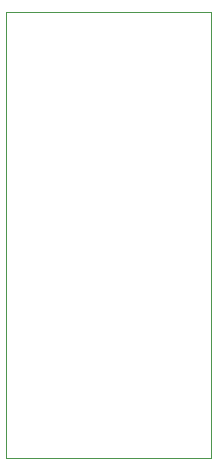
<source format=gbr>
%TF.GenerationSoftware,KiCad,Pcbnew,(6.0.7)*%
%TF.CreationDate,2022-08-07T18:47:35-07:00*%
%TF.ProjectId,SDIP42-adapter,53444950-3432-42d6-9164-61707465722e,rev?*%
%TF.SameCoordinates,Original*%
%TF.FileFunction,Profile,NP*%
%FSLAX46Y46*%
G04 Gerber Fmt 4.6, Leading zero omitted, Abs format (unit mm)*
G04 Created by KiCad (PCBNEW (6.0.7)) date 2022-08-07 18:47:35*
%MOMM*%
%LPD*%
G01*
G04 APERTURE LIST*
%TA.AperFunction,Profile*%
%ADD10C,0.100000*%
%TD*%
G04 APERTURE END LIST*
D10*
X135820000Y-61814000D02*
X153210000Y-61814000D01*
X153210000Y-61814000D02*
X153210000Y-99602000D01*
X153210000Y-99602000D02*
X135820000Y-99602000D01*
X135820000Y-99602000D02*
X135820000Y-61814000D01*
M02*

</source>
